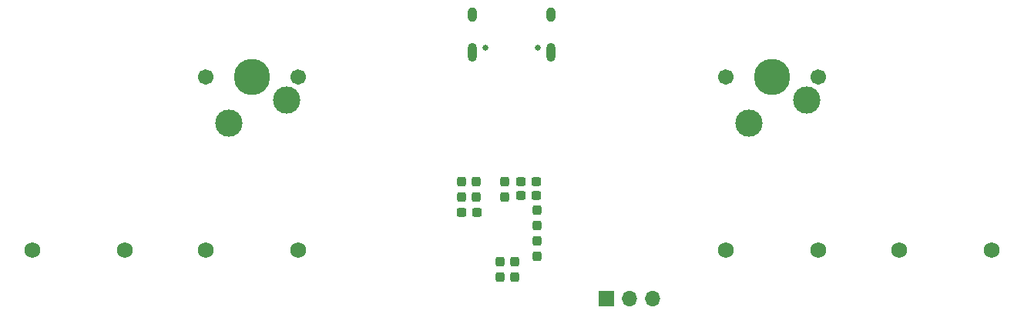
<source format=gts>
G04 #@! TF.GenerationSoftware,KiCad,Pcbnew,(6.0.0)*
G04 #@! TF.CreationDate,2023-06-02T21:34:00-07:00*
G04 #@! TF.ProjectId,stepad,73746570-6164-42e6-9b69-6361645f7063,rev?*
G04 #@! TF.SameCoordinates,Original*
G04 #@! TF.FileFunction,Soldermask,Top*
G04 #@! TF.FilePolarity,Negative*
%FSLAX46Y46*%
G04 Gerber Fmt 4.6, Leading zero omitted, Abs format (unit mm)*
G04 Created by KiCad (PCBNEW (6.0.0)) date 2023-06-02 21:34:00*
%MOMM*%
%LPD*%
G01*
G04 APERTURE LIST*
G04 Aperture macros list*
%AMRoundRect*
0 Rectangle with rounded corners*
0 $1 Rounding radius*
0 $2 $3 $4 $5 $6 $7 $8 $9 X,Y pos of 4 corners*
0 Add a 4 corners polygon primitive as box body*
4,1,4,$2,$3,$4,$5,$6,$7,$8,$9,$2,$3,0*
0 Add four circle primitives for the rounded corners*
1,1,$1+$1,$2,$3*
1,1,$1+$1,$4,$5*
1,1,$1+$1,$6,$7*
1,1,$1+$1,$8,$9*
0 Add four rect primitives between the rounded corners*
20,1,$1+$1,$2,$3,$4,$5,0*
20,1,$1+$1,$4,$5,$6,$7,0*
20,1,$1+$1,$6,$7,$8,$9,0*
20,1,$1+$1,$8,$9,$2,$3,0*%
G04 Aperture macros list end*
%ADD10RoundRect,0.237500X-0.237500X0.300000X-0.237500X-0.300000X0.237500X-0.300000X0.237500X0.300000X0*%
%ADD11C,1.750000*%
%ADD12RoundRect,0.237500X0.237500X-0.300000X0.237500X0.300000X-0.237500X0.300000X-0.237500X-0.300000X0*%
%ADD13C,1.701800*%
%ADD14C,3.000000*%
%ADD15C,3.987800*%
%ADD16RoundRect,0.237500X-0.300000X-0.237500X0.300000X-0.237500X0.300000X0.237500X-0.300000X0.237500X0*%
%ADD17C,0.650000*%
%ADD18O,1.000000X1.600000*%
%ADD19O,1.000000X2.100000*%
%ADD20R,1.700000X1.700000*%
%ADD21O,1.700000X1.700000*%
G04 APERTURE END LIST*
D10*
X196725000Y-73237500D03*
X196725000Y-74962500D03*
D11*
X164370000Y-72000000D03*
X174530000Y-72000000D03*
D10*
X200800000Y-70987500D03*
X200800000Y-72712500D03*
D11*
X250730000Y-72000000D03*
X240570000Y-72000000D03*
D10*
X198325000Y-73237500D03*
X198325000Y-74962500D03*
D12*
X194075000Y-66187500D03*
X194075000Y-64462500D03*
D13*
X231680000Y-52950000D03*
D14*
X230410000Y-55490000D03*
X224060000Y-58030000D03*
D15*
X226600000Y-52950000D03*
D13*
X221520000Y-52950000D03*
D16*
X198987500Y-65950000D03*
X200712500Y-65950000D03*
D10*
X200800000Y-67587500D03*
X200800000Y-69312500D03*
D11*
X145320000Y-72000000D03*
X155480000Y-72000000D03*
D12*
X192500000Y-66187500D03*
X192500000Y-64462500D03*
X197250000Y-66162500D03*
X197250000Y-64437500D03*
D16*
X198987500Y-64425000D03*
X200712500Y-64425000D03*
D11*
X231680000Y-72000000D03*
X221520000Y-72000000D03*
D16*
X192475000Y-67825000D03*
X194200000Y-67825000D03*
D15*
X169450000Y-52950000D03*
D14*
X166910000Y-58030000D03*
D13*
X164370000Y-52950000D03*
D14*
X173260000Y-55490000D03*
D13*
X174530000Y-52950000D03*
D17*
X200865000Y-49715000D03*
X195085000Y-49715000D03*
D18*
X202295000Y-46065000D03*
D19*
X202295000Y-50245000D03*
D18*
X193655000Y-46065000D03*
D19*
X193655000Y-50245000D03*
D20*
X208375000Y-77350000D03*
D21*
X210915000Y-77350000D03*
X213455000Y-77350000D03*
M02*

</source>
